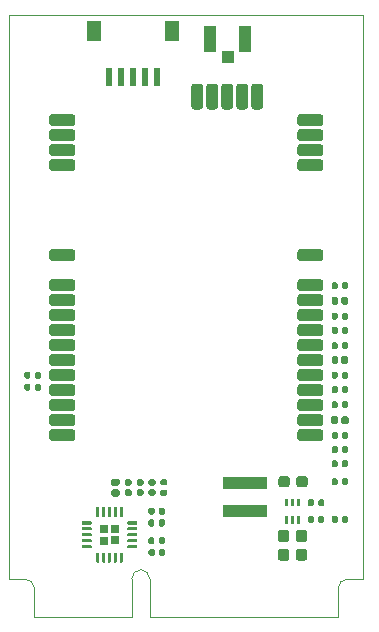
<source format=gbr>
G04 #@! TF.GenerationSoftware,KiCad,Pcbnew,(5.1.6)-1*
G04 #@! TF.CreationDate,2020-07-22T15:09:08+02:00*
G04 #@! TF.ProjectId,BRD-00008-X01,4252442d-3030-4303-9038-2d5830312e6b,X01*
G04 #@! TF.SameCoordinates,Original*
G04 #@! TF.FileFunction,Paste,Top*
G04 #@! TF.FilePolarity,Positive*
%FSLAX46Y46*%
G04 Gerber Fmt 4.6, Leading zero omitted, Abs format (unit mm)*
G04 Created by KiCad (PCBNEW (5.1.6)-1) date 2020-07-22 15:09:08*
%MOMM*%
%LPD*%
G01*
G04 APERTURE LIST*
G04 #@! TA.AperFunction,Profile*
%ADD10C,0.010000*%
G04 #@! TD*
%ADD11R,3.700000X0.980000*%
%ADD12R,0.646420X0.646420*%
%ADD13R,0.680000X0.680000*%
%ADD14R,1.000000X1.050000*%
%ADD15R,1.050000X2.200000*%
%ADD16R,0.600000X1.550000*%
%ADD17R,1.200000X1.800000*%
G04 APERTURE END LIST*
D10*
X135650000Y-130450000D02*
X135650000Y-128050000D01*
X135650000Y-130450000D02*
X143900000Y-130450000D01*
X143900000Y-130450000D02*
X143900000Y-127200000D01*
X145400000Y-130450000D02*
X145400000Y-127200000D01*
X163500000Y-127250000D02*
X163500000Y-79500000D01*
X162150000Y-127250000D02*
X163500000Y-127250000D01*
X145400000Y-130450000D02*
X161350000Y-130450000D01*
X161350000Y-130450000D02*
X161350000Y-128050000D01*
X162150000Y-127250000D02*
G75*
G03*
X161350000Y-128050000I0J-800000D01*
G01*
X144650000Y-126450000D02*
G75*
G03*
X143900000Y-127200000I0J-750000D01*
G01*
X145400000Y-127200000D02*
G75*
G03*
X144650000Y-126450000I-750000J0D01*
G01*
X135650000Y-128050000D02*
G75*
G03*
X134850000Y-127250000I-800000J0D01*
G01*
X133500000Y-127250000D02*
X134850000Y-127250000D01*
X133500000Y-79500000D02*
X133500000Y-127250000D01*
X133500000Y-79500000D02*
X163500000Y-79500000D01*
D11*
X153500000Y-119115000D03*
X153500000Y-121485000D03*
G36*
G01*
X159310000Y-122029999D02*
X159310000Y-122370001D01*
G75*
G02*
X159180001Y-122500000I-129999J0D01*
G01*
X158929999Y-122500000D01*
G75*
G02*
X158800000Y-122370001I0J129999D01*
G01*
X158800000Y-122029999D01*
G75*
G02*
X158929999Y-121900000I129999J0D01*
G01*
X159180001Y-121900000D01*
G75*
G02*
X159310000Y-122029999I0J-129999D01*
G01*
G37*
G36*
G01*
X160200000Y-122029999D02*
X160200000Y-122370001D01*
G75*
G02*
X160070001Y-122500000I-129999J0D01*
G01*
X159819999Y-122500000D01*
G75*
G02*
X159690000Y-122370001I0J129999D01*
G01*
X159690000Y-122029999D01*
G75*
G02*
X159819999Y-121900000I129999J0D01*
G01*
X160070001Y-121900000D01*
G75*
G02*
X160200000Y-122029999I0J-129999D01*
G01*
G37*
G36*
G01*
X160800000Y-103910000D02*
X160800000Y-103490000D01*
G75*
G02*
X160940000Y-103350000I140000J0D01*
G01*
X161220000Y-103350000D01*
G75*
G02*
X161360000Y-103490000I0J-140000D01*
G01*
X161360000Y-103910000D01*
G75*
G02*
X161220000Y-104050000I-140000J0D01*
G01*
X160940000Y-104050000D01*
G75*
G02*
X160800000Y-103910000I0J140000D01*
G01*
G37*
G36*
G01*
X161640000Y-103910000D02*
X161640000Y-103490000D01*
G75*
G02*
X161780000Y-103350000I140000J0D01*
G01*
X162060000Y-103350000D01*
G75*
G02*
X162200000Y-103490000I0J-140000D01*
G01*
X162200000Y-103910000D01*
G75*
G02*
X162060000Y-104050000I-140000J0D01*
G01*
X161780000Y-104050000D01*
G75*
G02*
X161640000Y-103910000I0J140000D01*
G01*
G37*
D12*
X142468210Y-123031790D03*
G36*
G01*
X141064989Y-125865000D02*
X140935011Y-125865000D01*
G75*
G02*
X140865000Y-125794989I0J70011D01*
G01*
X140865000Y-125075011D01*
G75*
G02*
X140935011Y-125005000I70011J0D01*
G01*
X141064989Y-125005000D01*
G75*
G02*
X141135000Y-125075011I0J-70011D01*
G01*
X141135000Y-125794989D01*
G75*
G02*
X141064989Y-125865000I-70011J0D01*
G01*
G37*
G36*
G01*
X141564989Y-125865000D02*
X141435011Y-125865000D01*
G75*
G02*
X141365000Y-125794989I0J70011D01*
G01*
X141365000Y-125075011D01*
G75*
G02*
X141435011Y-125005000I70011J0D01*
G01*
X141564989Y-125005000D01*
G75*
G02*
X141635000Y-125075011I0J-70011D01*
G01*
X141635000Y-125794989D01*
G75*
G02*
X141564989Y-125865000I-70011J0D01*
G01*
G37*
G36*
G01*
X142064989Y-125865000D02*
X141935011Y-125865000D01*
G75*
G02*
X141865000Y-125794989I0J70011D01*
G01*
X141865000Y-125075011D01*
G75*
G02*
X141935011Y-125005000I70011J0D01*
G01*
X142064989Y-125005000D01*
G75*
G02*
X142135000Y-125075011I0J-70011D01*
G01*
X142135000Y-125794989D01*
G75*
G02*
X142064989Y-125865000I-70011J0D01*
G01*
G37*
G36*
G01*
X142564989Y-125865000D02*
X142435011Y-125865000D01*
G75*
G02*
X142365000Y-125794989I0J70011D01*
G01*
X142365000Y-125075011D01*
G75*
G02*
X142435011Y-125005000I70011J0D01*
G01*
X142564989Y-125005000D01*
G75*
G02*
X142635000Y-125075011I0J-70011D01*
G01*
X142635000Y-125794989D01*
G75*
G02*
X142564989Y-125865000I-70011J0D01*
G01*
G37*
G36*
G01*
X143064989Y-125865000D02*
X142935011Y-125865000D01*
G75*
G02*
X142865000Y-125794989I0J70011D01*
G01*
X142865000Y-125075011D01*
G75*
G02*
X142935011Y-125005000I70011J0D01*
G01*
X143064989Y-125005000D01*
G75*
G02*
X143135000Y-125075011I0J-70011D01*
G01*
X143135000Y-125794989D01*
G75*
G02*
X143064989Y-125865000I-70011J0D01*
G01*
G37*
G36*
G01*
X143505000Y-124564989D02*
X143505000Y-124435011D01*
G75*
G02*
X143575011Y-124365000I70011J0D01*
G01*
X144294989Y-124365000D01*
G75*
G02*
X144365000Y-124435011I0J-70011D01*
G01*
X144365000Y-124564989D01*
G75*
G02*
X144294989Y-124635000I-70011J0D01*
G01*
X143575011Y-124635000D01*
G75*
G02*
X143505000Y-124564989I0J70011D01*
G01*
G37*
G36*
G01*
X143505000Y-124064989D02*
X143505000Y-123935011D01*
G75*
G02*
X143575011Y-123865000I70011J0D01*
G01*
X144294989Y-123865000D01*
G75*
G02*
X144365000Y-123935011I0J-70011D01*
G01*
X144365000Y-124064989D01*
G75*
G02*
X144294989Y-124135000I-70011J0D01*
G01*
X143575011Y-124135000D01*
G75*
G02*
X143505000Y-124064989I0J70011D01*
G01*
G37*
G36*
G01*
X143505000Y-123564989D02*
X143505000Y-123435011D01*
G75*
G02*
X143575011Y-123365000I70011J0D01*
G01*
X144294989Y-123365000D01*
G75*
G02*
X144365000Y-123435011I0J-70011D01*
G01*
X144365000Y-123564989D01*
G75*
G02*
X144294989Y-123635000I-70011J0D01*
G01*
X143575011Y-123635000D01*
G75*
G02*
X143505000Y-123564989I0J70011D01*
G01*
G37*
G36*
G01*
X143505000Y-123064989D02*
X143505000Y-122935011D01*
G75*
G02*
X143575011Y-122865000I70011J0D01*
G01*
X144294989Y-122865000D01*
G75*
G02*
X144365000Y-122935011I0J-70011D01*
G01*
X144365000Y-123064989D01*
G75*
G02*
X144294989Y-123135000I-70011J0D01*
G01*
X143575011Y-123135000D01*
G75*
G02*
X143505000Y-123064989I0J70011D01*
G01*
G37*
G36*
G01*
X143505000Y-122564989D02*
X143505000Y-122435011D01*
G75*
G02*
X143575011Y-122365000I70011J0D01*
G01*
X144294989Y-122365000D01*
G75*
G02*
X144365000Y-122435011I0J-70011D01*
G01*
X144365000Y-122564989D01*
G75*
G02*
X144294989Y-122635000I-70011J0D01*
G01*
X143575011Y-122635000D01*
G75*
G02*
X143505000Y-122564989I0J70011D01*
G01*
G37*
G36*
G01*
X143064989Y-121995000D02*
X142935011Y-121995000D01*
G75*
G02*
X142865000Y-121924989I0J70011D01*
G01*
X142865000Y-121205011D01*
G75*
G02*
X142935011Y-121135000I70011J0D01*
G01*
X143064989Y-121135000D01*
G75*
G02*
X143135000Y-121205011I0J-70011D01*
G01*
X143135000Y-121924989D01*
G75*
G02*
X143064989Y-121995000I-70011J0D01*
G01*
G37*
G36*
G01*
X142564989Y-121995000D02*
X142435011Y-121995000D01*
G75*
G02*
X142365000Y-121924989I0J70011D01*
G01*
X142365000Y-121205011D01*
G75*
G02*
X142435011Y-121135000I70011J0D01*
G01*
X142564989Y-121135000D01*
G75*
G02*
X142635000Y-121205011I0J-70011D01*
G01*
X142635000Y-121924989D01*
G75*
G02*
X142564989Y-121995000I-70011J0D01*
G01*
G37*
G36*
G01*
X142064989Y-121995000D02*
X141935011Y-121995000D01*
G75*
G02*
X141865000Y-121924989I0J70011D01*
G01*
X141865000Y-121205011D01*
G75*
G02*
X141935011Y-121135000I70011J0D01*
G01*
X142064989Y-121135000D01*
G75*
G02*
X142135000Y-121205011I0J-70011D01*
G01*
X142135000Y-121924989D01*
G75*
G02*
X142064989Y-121995000I-70011J0D01*
G01*
G37*
G36*
G01*
X141564989Y-121995000D02*
X141435011Y-121995000D01*
G75*
G02*
X141365000Y-121924989I0J70011D01*
G01*
X141365000Y-121205011D01*
G75*
G02*
X141435011Y-121135000I70011J0D01*
G01*
X141564989Y-121135000D01*
G75*
G02*
X141635000Y-121205011I0J-70011D01*
G01*
X141635000Y-121924989D01*
G75*
G02*
X141564989Y-121995000I-70011J0D01*
G01*
G37*
G36*
G01*
X141064989Y-121995000D02*
X140935011Y-121995000D01*
G75*
G02*
X140865000Y-121924989I0J70011D01*
G01*
X140865000Y-121205011D01*
G75*
G02*
X140935011Y-121135000I70011J0D01*
G01*
X141064989Y-121135000D01*
G75*
G02*
X141135000Y-121205011I0J-70011D01*
G01*
X141135000Y-121924989D01*
G75*
G02*
X141064989Y-121995000I-70011J0D01*
G01*
G37*
G36*
G01*
X139635000Y-122564989D02*
X139635000Y-122435011D01*
G75*
G02*
X139705011Y-122365000I70011J0D01*
G01*
X140424989Y-122365000D01*
G75*
G02*
X140495000Y-122435011I0J-70011D01*
G01*
X140495000Y-122564989D01*
G75*
G02*
X140424989Y-122635000I-70011J0D01*
G01*
X139705011Y-122635000D01*
G75*
G02*
X139635000Y-122564989I0J70011D01*
G01*
G37*
G36*
G01*
X139635000Y-123064989D02*
X139635000Y-122935011D01*
G75*
G02*
X139705011Y-122865000I70011J0D01*
G01*
X140424989Y-122865000D01*
G75*
G02*
X140495000Y-122935011I0J-70011D01*
G01*
X140495000Y-123064989D01*
G75*
G02*
X140424989Y-123135000I-70011J0D01*
G01*
X139705011Y-123135000D01*
G75*
G02*
X139635000Y-123064989I0J70011D01*
G01*
G37*
G36*
G01*
X139635000Y-123564989D02*
X139635000Y-123435011D01*
G75*
G02*
X139705011Y-123365000I70011J0D01*
G01*
X140424989Y-123365000D01*
G75*
G02*
X140495000Y-123435011I0J-70011D01*
G01*
X140495000Y-123564989D01*
G75*
G02*
X140424989Y-123635000I-70011J0D01*
G01*
X139705011Y-123635000D01*
G75*
G02*
X139635000Y-123564989I0J70011D01*
G01*
G37*
G36*
G01*
X139635000Y-124064989D02*
X139635000Y-123935011D01*
G75*
G02*
X139705011Y-123865000I70011J0D01*
G01*
X140424989Y-123865000D01*
G75*
G02*
X140495000Y-123935011I0J-70011D01*
G01*
X140495000Y-124064989D01*
G75*
G02*
X140424989Y-124135000I-70011J0D01*
G01*
X139705011Y-124135000D01*
G75*
G02*
X139635000Y-124064989I0J70011D01*
G01*
G37*
G36*
G01*
X139635000Y-124564989D02*
X139635000Y-124435011D01*
G75*
G02*
X139705011Y-124365000I70011J0D01*
G01*
X140424989Y-124365000D01*
G75*
G02*
X140495000Y-124435011I0J-70011D01*
G01*
X140495000Y-124564989D01*
G75*
G02*
X140424989Y-124635000I-70011J0D01*
G01*
X139705011Y-124635000D01*
G75*
G02*
X139635000Y-124564989I0J70011D01*
G01*
G37*
X142468210Y-123968210D03*
D13*
X141515000Y-123985000D03*
D12*
X141531790Y-123031790D03*
D14*
X152000000Y-83025000D03*
D15*
X150525000Y-81500000D03*
X153475000Y-81500000D03*
G36*
G01*
X160800000Y-105170001D02*
X160800000Y-104829999D01*
G75*
G02*
X160929999Y-104700000I129999J0D01*
G01*
X161180001Y-104700000D01*
G75*
G02*
X161310000Y-104829999I0J-129999D01*
G01*
X161310000Y-105170001D01*
G75*
G02*
X161180001Y-105300000I-129999J0D01*
G01*
X160929999Y-105300000D01*
G75*
G02*
X160800000Y-105170001I0J129999D01*
G01*
G37*
G36*
G01*
X161690000Y-105170001D02*
X161690000Y-104829999D01*
G75*
G02*
X161819999Y-104700000I129999J0D01*
G01*
X162070001Y-104700000D01*
G75*
G02*
X162200000Y-104829999I0J-129999D01*
G01*
X162200000Y-105170001D01*
G75*
G02*
X162070001Y-105300000I-129999J0D01*
G01*
X161819999Y-105300000D01*
G75*
G02*
X161690000Y-105170001I0J129999D01*
G01*
G37*
G36*
G01*
X159846000Y-115568000D02*
X158154000Y-115568000D01*
G75*
G02*
X157900000Y-115314000I0J254000D01*
G01*
X157900000Y-114806000D01*
G75*
G02*
X158154000Y-114552000I254000J0D01*
G01*
X159846000Y-114552000D01*
G75*
G02*
X160100000Y-114806000I0J-254000D01*
G01*
X160100000Y-115314000D01*
G75*
G02*
X159846000Y-115568000I-254000J0D01*
G01*
G37*
G36*
G01*
X159846000Y-114298000D02*
X158154000Y-114298000D01*
G75*
G02*
X157900000Y-114044000I0J254000D01*
G01*
X157900000Y-113536000D01*
G75*
G02*
X158154000Y-113282000I254000J0D01*
G01*
X159846000Y-113282000D01*
G75*
G02*
X160100000Y-113536000I0J-254000D01*
G01*
X160100000Y-114044000D01*
G75*
G02*
X159846000Y-114298000I-254000J0D01*
G01*
G37*
G36*
G01*
X159846000Y-113028000D02*
X158154000Y-113028000D01*
G75*
G02*
X157900000Y-112774000I0J254000D01*
G01*
X157900000Y-112266000D01*
G75*
G02*
X158154000Y-112012000I254000J0D01*
G01*
X159846000Y-112012000D01*
G75*
G02*
X160100000Y-112266000I0J-254000D01*
G01*
X160100000Y-112774000D01*
G75*
G02*
X159846000Y-113028000I-254000J0D01*
G01*
G37*
G36*
G01*
X159846000Y-111758000D02*
X158154000Y-111758000D01*
G75*
G02*
X157900000Y-111504000I0J254000D01*
G01*
X157900000Y-110996000D01*
G75*
G02*
X158154000Y-110742000I254000J0D01*
G01*
X159846000Y-110742000D01*
G75*
G02*
X160100000Y-110996000I0J-254000D01*
G01*
X160100000Y-111504000D01*
G75*
G02*
X159846000Y-111758000I-254000J0D01*
G01*
G37*
G36*
G01*
X159846000Y-110488000D02*
X158154000Y-110488000D01*
G75*
G02*
X157900000Y-110234000I0J254000D01*
G01*
X157900000Y-109726000D01*
G75*
G02*
X158154000Y-109472000I254000J0D01*
G01*
X159846000Y-109472000D01*
G75*
G02*
X160100000Y-109726000I0J-254000D01*
G01*
X160100000Y-110234000D01*
G75*
G02*
X159846000Y-110488000I-254000J0D01*
G01*
G37*
G36*
G01*
X159846000Y-109218000D02*
X158154000Y-109218000D01*
G75*
G02*
X157900000Y-108964000I0J254000D01*
G01*
X157900000Y-108456000D01*
G75*
G02*
X158154000Y-108202000I254000J0D01*
G01*
X159846000Y-108202000D01*
G75*
G02*
X160100000Y-108456000I0J-254000D01*
G01*
X160100000Y-108964000D01*
G75*
G02*
X159846000Y-109218000I-254000J0D01*
G01*
G37*
G36*
G01*
X159846000Y-107948000D02*
X158154000Y-107948000D01*
G75*
G02*
X157900000Y-107694000I0J254000D01*
G01*
X157900000Y-107186000D01*
G75*
G02*
X158154000Y-106932000I254000J0D01*
G01*
X159846000Y-106932000D01*
G75*
G02*
X160100000Y-107186000I0J-254000D01*
G01*
X160100000Y-107694000D01*
G75*
G02*
X159846000Y-107948000I-254000J0D01*
G01*
G37*
G36*
G01*
X159846000Y-106678000D02*
X158154000Y-106678000D01*
G75*
G02*
X157900000Y-106424000I0J254000D01*
G01*
X157900000Y-105916000D01*
G75*
G02*
X158154000Y-105662000I254000J0D01*
G01*
X159846000Y-105662000D01*
G75*
G02*
X160100000Y-105916000I0J-254000D01*
G01*
X160100000Y-106424000D01*
G75*
G02*
X159846000Y-106678000I-254000J0D01*
G01*
G37*
G36*
G01*
X159846000Y-105408000D02*
X158154000Y-105408000D01*
G75*
G02*
X157900000Y-105154000I0J254000D01*
G01*
X157900000Y-104646000D01*
G75*
G02*
X158154000Y-104392000I254000J0D01*
G01*
X159846000Y-104392000D01*
G75*
G02*
X160100000Y-104646000I0J-254000D01*
G01*
X160100000Y-105154000D01*
G75*
G02*
X159846000Y-105408000I-254000J0D01*
G01*
G37*
G36*
G01*
X159846000Y-104138000D02*
X158154000Y-104138000D01*
G75*
G02*
X157900000Y-103884000I0J254000D01*
G01*
X157900000Y-103376000D01*
G75*
G02*
X158154000Y-103122000I254000J0D01*
G01*
X159846000Y-103122000D01*
G75*
G02*
X160100000Y-103376000I0J-254000D01*
G01*
X160100000Y-103884000D01*
G75*
G02*
X159846000Y-104138000I-254000J0D01*
G01*
G37*
G36*
G01*
X159846000Y-102868000D02*
X158154000Y-102868000D01*
G75*
G02*
X157900000Y-102614000I0J254000D01*
G01*
X157900000Y-102106000D01*
G75*
G02*
X158154000Y-101852000I254000J0D01*
G01*
X159846000Y-101852000D01*
G75*
G02*
X160100000Y-102106000I0J-254000D01*
G01*
X160100000Y-102614000D01*
G75*
G02*
X159846000Y-102868000I-254000J0D01*
G01*
G37*
G36*
G01*
X159846000Y-100328000D02*
X158154000Y-100328000D01*
G75*
G02*
X157900000Y-100074000I0J254000D01*
G01*
X157900000Y-99566000D01*
G75*
G02*
X158154000Y-99312000I254000J0D01*
G01*
X159846000Y-99312000D01*
G75*
G02*
X160100000Y-99566000I0J-254000D01*
G01*
X160100000Y-100074000D01*
G75*
G02*
X159846000Y-100328000I-254000J0D01*
G01*
G37*
G36*
G01*
X159846000Y-92708000D02*
X158154000Y-92708000D01*
G75*
G02*
X157900000Y-92454000I0J254000D01*
G01*
X157900000Y-91946000D01*
G75*
G02*
X158154000Y-91692000I254000J0D01*
G01*
X159846000Y-91692000D01*
G75*
G02*
X160100000Y-91946000I0J-254000D01*
G01*
X160100000Y-92454000D01*
G75*
G02*
X159846000Y-92708000I-254000J0D01*
G01*
G37*
G36*
G01*
X159846000Y-91438000D02*
X158154000Y-91438000D01*
G75*
G02*
X157900000Y-91184000I0J254000D01*
G01*
X157900000Y-90676000D01*
G75*
G02*
X158154000Y-90422000I254000J0D01*
G01*
X159846000Y-90422000D01*
G75*
G02*
X160100000Y-90676000I0J-254000D01*
G01*
X160100000Y-91184000D01*
G75*
G02*
X159846000Y-91438000I-254000J0D01*
G01*
G37*
G36*
G01*
X159846000Y-90168000D02*
X158154000Y-90168000D01*
G75*
G02*
X157900000Y-89914000I0J254000D01*
G01*
X157900000Y-89406000D01*
G75*
G02*
X158154000Y-89152000I254000J0D01*
G01*
X159846000Y-89152000D01*
G75*
G02*
X160100000Y-89406000I0J-254000D01*
G01*
X160100000Y-89914000D01*
G75*
G02*
X159846000Y-90168000I-254000J0D01*
G01*
G37*
G36*
G01*
X159846000Y-88898000D02*
X158154000Y-88898000D01*
G75*
G02*
X157900000Y-88644000I0J254000D01*
G01*
X157900000Y-88136000D01*
G75*
G02*
X158154000Y-87882000I254000J0D01*
G01*
X159846000Y-87882000D01*
G75*
G02*
X160100000Y-88136000I0J-254000D01*
G01*
X160100000Y-88644000D01*
G75*
G02*
X159846000Y-88898000I-254000J0D01*
G01*
G37*
G36*
G01*
X155018000Y-85554000D02*
X155018000Y-87246000D01*
G75*
G02*
X154764000Y-87500000I-254000J0D01*
G01*
X154256000Y-87500000D01*
G75*
G02*
X154002000Y-87246000I0J254000D01*
G01*
X154002000Y-85554000D01*
G75*
G02*
X154256000Y-85300000I254000J0D01*
G01*
X154764000Y-85300000D01*
G75*
G02*
X155018000Y-85554000I0J-254000D01*
G01*
G37*
G36*
G01*
X153748000Y-85554000D02*
X153748000Y-87246000D01*
G75*
G02*
X153494000Y-87500000I-254000J0D01*
G01*
X152986000Y-87500000D01*
G75*
G02*
X152732000Y-87246000I0J254000D01*
G01*
X152732000Y-85554000D01*
G75*
G02*
X152986000Y-85300000I254000J0D01*
G01*
X153494000Y-85300000D01*
G75*
G02*
X153748000Y-85554000I0J-254000D01*
G01*
G37*
G36*
G01*
X152478000Y-85554000D02*
X152478000Y-87246000D01*
G75*
G02*
X152224000Y-87500000I-254000J0D01*
G01*
X151716000Y-87500000D01*
G75*
G02*
X151462000Y-87246000I0J254000D01*
G01*
X151462000Y-85554000D01*
G75*
G02*
X151716000Y-85300000I254000J0D01*
G01*
X152224000Y-85300000D01*
G75*
G02*
X152478000Y-85554000I0J-254000D01*
G01*
G37*
G36*
G01*
X151208000Y-85554000D02*
X151208000Y-87246000D01*
G75*
G02*
X150954000Y-87500000I-254000J0D01*
G01*
X150446000Y-87500000D01*
G75*
G02*
X150192000Y-87246000I0J254000D01*
G01*
X150192000Y-85554000D01*
G75*
G02*
X150446000Y-85300000I254000J0D01*
G01*
X150954000Y-85300000D01*
G75*
G02*
X151208000Y-85554000I0J-254000D01*
G01*
G37*
G36*
G01*
X149938000Y-85554000D02*
X149938000Y-87246000D01*
G75*
G02*
X149684000Y-87500000I-254000J0D01*
G01*
X149176000Y-87500000D01*
G75*
G02*
X148922000Y-87246000I0J254000D01*
G01*
X148922000Y-85554000D01*
G75*
G02*
X149176000Y-85300000I254000J0D01*
G01*
X149684000Y-85300000D01*
G75*
G02*
X149938000Y-85554000I0J-254000D01*
G01*
G37*
G36*
G01*
X138846000Y-88898000D02*
X137154000Y-88898000D01*
G75*
G02*
X136900000Y-88644000I0J254000D01*
G01*
X136900000Y-88136000D01*
G75*
G02*
X137154000Y-87882000I254000J0D01*
G01*
X138846000Y-87882000D01*
G75*
G02*
X139100000Y-88136000I0J-254000D01*
G01*
X139100000Y-88644000D01*
G75*
G02*
X138846000Y-88898000I-254000J0D01*
G01*
G37*
G36*
G01*
X138846000Y-90168000D02*
X137154000Y-90168000D01*
G75*
G02*
X136900000Y-89914000I0J254000D01*
G01*
X136900000Y-89406000D01*
G75*
G02*
X137154000Y-89152000I254000J0D01*
G01*
X138846000Y-89152000D01*
G75*
G02*
X139100000Y-89406000I0J-254000D01*
G01*
X139100000Y-89914000D01*
G75*
G02*
X138846000Y-90168000I-254000J0D01*
G01*
G37*
G36*
G01*
X138846000Y-91438000D02*
X137154000Y-91438000D01*
G75*
G02*
X136900000Y-91184000I0J254000D01*
G01*
X136900000Y-90676000D01*
G75*
G02*
X137154000Y-90422000I254000J0D01*
G01*
X138846000Y-90422000D01*
G75*
G02*
X139100000Y-90676000I0J-254000D01*
G01*
X139100000Y-91184000D01*
G75*
G02*
X138846000Y-91438000I-254000J0D01*
G01*
G37*
G36*
G01*
X138846000Y-92708000D02*
X137154000Y-92708000D01*
G75*
G02*
X136900000Y-92454000I0J254000D01*
G01*
X136900000Y-91946000D01*
G75*
G02*
X137154000Y-91692000I254000J0D01*
G01*
X138846000Y-91692000D01*
G75*
G02*
X139100000Y-91946000I0J-254000D01*
G01*
X139100000Y-92454000D01*
G75*
G02*
X138846000Y-92708000I-254000J0D01*
G01*
G37*
G36*
G01*
X138846000Y-100328000D02*
X137154000Y-100328000D01*
G75*
G02*
X136900000Y-100074000I0J254000D01*
G01*
X136900000Y-99566000D01*
G75*
G02*
X137154000Y-99312000I254000J0D01*
G01*
X138846000Y-99312000D01*
G75*
G02*
X139100000Y-99566000I0J-254000D01*
G01*
X139100000Y-100074000D01*
G75*
G02*
X138846000Y-100328000I-254000J0D01*
G01*
G37*
G36*
G01*
X138846000Y-102868000D02*
X137154000Y-102868000D01*
G75*
G02*
X136900000Y-102614000I0J254000D01*
G01*
X136900000Y-102106000D01*
G75*
G02*
X137154000Y-101852000I254000J0D01*
G01*
X138846000Y-101852000D01*
G75*
G02*
X139100000Y-102106000I0J-254000D01*
G01*
X139100000Y-102614000D01*
G75*
G02*
X138846000Y-102868000I-254000J0D01*
G01*
G37*
G36*
G01*
X138846000Y-104138000D02*
X137154000Y-104138000D01*
G75*
G02*
X136900000Y-103884000I0J254000D01*
G01*
X136900000Y-103376000D01*
G75*
G02*
X137154000Y-103122000I254000J0D01*
G01*
X138846000Y-103122000D01*
G75*
G02*
X139100000Y-103376000I0J-254000D01*
G01*
X139100000Y-103884000D01*
G75*
G02*
X138846000Y-104138000I-254000J0D01*
G01*
G37*
G36*
G01*
X138846000Y-105408000D02*
X137154000Y-105408000D01*
G75*
G02*
X136900000Y-105154000I0J254000D01*
G01*
X136900000Y-104646000D01*
G75*
G02*
X137154000Y-104392000I254000J0D01*
G01*
X138846000Y-104392000D01*
G75*
G02*
X139100000Y-104646000I0J-254000D01*
G01*
X139100000Y-105154000D01*
G75*
G02*
X138846000Y-105408000I-254000J0D01*
G01*
G37*
G36*
G01*
X138846000Y-106678000D02*
X137154000Y-106678000D01*
G75*
G02*
X136900000Y-106424000I0J254000D01*
G01*
X136900000Y-105916000D01*
G75*
G02*
X137154000Y-105662000I254000J0D01*
G01*
X138846000Y-105662000D01*
G75*
G02*
X139100000Y-105916000I0J-254000D01*
G01*
X139100000Y-106424000D01*
G75*
G02*
X138846000Y-106678000I-254000J0D01*
G01*
G37*
G36*
G01*
X138846000Y-107948000D02*
X137154000Y-107948000D01*
G75*
G02*
X136900000Y-107694000I0J254000D01*
G01*
X136900000Y-107186000D01*
G75*
G02*
X137154000Y-106932000I254000J0D01*
G01*
X138846000Y-106932000D01*
G75*
G02*
X139100000Y-107186000I0J-254000D01*
G01*
X139100000Y-107694000D01*
G75*
G02*
X138846000Y-107948000I-254000J0D01*
G01*
G37*
G36*
G01*
X138846000Y-109218000D02*
X137154000Y-109218000D01*
G75*
G02*
X136900000Y-108964000I0J254000D01*
G01*
X136900000Y-108456000D01*
G75*
G02*
X137154000Y-108202000I254000J0D01*
G01*
X138846000Y-108202000D01*
G75*
G02*
X139100000Y-108456000I0J-254000D01*
G01*
X139100000Y-108964000D01*
G75*
G02*
X138846000Y-109218000I-254000J0D01*
G01*
G37*
G36*
G01*
X138846000Y-110488000D02*
X137154000Y-110488000D01*
G75*
G02*
X136900000Y-110234000I0J254000D01*
G01*
X136900000Y-109726000D01*
G75*
G02*
X137154000Y-109472000I254000J0D01*
G01*
X138846000Y-109472000D01*
G75*
G02*
X139100000Y-109726000I0J-254000D01*
G01*
X139100000Y-110234000D01*
G75*
G02*
X138846000Y-110488000I-254000J0D01*
G01*
G37*
G36*
G01*
X138846000Y-111758000D02*
X137154000Y-111758000D01*
G75*
G02*
X136900000Y-111504000I0J254000D01*
G01*
X136900000Y-110996000D01*
G75*
G02*
X137154000Y-110742000I254000J0D01*
G01*
X138846000Y-110742000D01*
G75*
G02*
X139100000Y-110996000I0J-254000D01*
G01*
X139100000Y-111504000D01*
G75*
G02*
X138846000Y-111758000I-254000J0D01*
G01*
G37*
G36*
G01*
X138846000Y-113028000D02*
X137154000Y-113028000D01*
G75*
G02*
X136900000Y-112774000I0J254000D01*
G01*
X136900000Y-112266000D01*
G75*
G02*
X137154000Y-112012000I254000J0D01*
G01*
X138846000Y-112012000D01*
G75*
G02*
X139100000Y-112266000I0J-254000D01*
G01*
X139100000Y-112774000D01*
G75*
G02*
X138846000Y-113028000I-254000J0D01*
G01*
G37*
G36*
G01*
X138846000Y-114298000D02*
X137154000Y-114298000D01*
G75*
G02*
X136900000Y-114044000I0J254000D01*
G01*
X136900000Y-113536000D01*
G75*
G02*
X137154000Y-113282000I254000J0D01*
G01*
X138846000Y-113282000D01*
G75*
G02*
X139100000Y-113536000I0J-254000D01*
G01*
X139100000Y-114044000D01*
G75*
G02*
X138846000Y-114298000I-254000J0D01*
G01*
G37*
G36*
G01*
X138846000Y-115568000D02*
X137154000Y-115568000D01*
G75*
G02*
X136900000Y-115314000I0J254000D01*
G01*
X136900000Y-114806000D01*
G75*
G02*
X137154000Y-114552000I254000J0D01*
G01*
X138846000Y-114552000D01*
G75*
G02*
X139100000Y-114806000I0J-254000D01*
G01*
X139100000Y-115314000D01*
G75*
G02*
X138846000Y-115568000I-254000J0D01*
G01*
G37*
D16*
X146000000Y-84745000D03*
X145000000Y-84745000D03*
X144000000Y-84745000D03*
X143000000Y-84745000D03*
X142000000Y-84745000D03*
D17*
X147300000Y-80870000D03*
X140700000Y-80870000D03*
G36*
G01*
X146700000Y-124840022D02*
X146700000Y-125159978D01*
G75*
G02*
X146559978Y-125300000I-140022J0D01*
G01*
X146300022Y-125300000D01*
G75*
G02*
X146160000Y-125159978I0J140022D01*
G01*
X146160000Y-124840022D01*
G75*
G02*
X146300022Y-124700000I140022J0D01*
G01*
X146559978Y-124700000D01*
G75*
G02*
X146700000Y-124840022I0J-140022D01*
G01*
G37*
G36*
G01*
X145840000Y-124840022D02*
X145840000Y-125159978D01*
G75*
G02*
X145699978Y-125300000I-140022J0D01*
G01*
X145440022Y-125300000D01*
G75*
G02*
X145300000Y-125159978I0J140022D01*
G01*
X145300000Y-124840022D01*
G75*
G02*
X145440022Y-124700000I140022J0D01*
G01*
X145699978Y-124700000D01*
G75*
G02*
X145840000Y-124840022I0J-140022D01*
G01*
G37*
G36*
G01*
X146700000Y-121340022D02*
X146700000Y-121659978D01*
G75*
G02*
X146559978Y-121800000I-140022J0D01*
G01*
X146300022Y-121800000D01*
G75*
G02*
X146160000Y-121659978I0J140022D01*
G01*
X146160000Y-121340022D01*
G75*
G02*
X146300022Y-121200000I140022J0D01*
G01*
X146559978Y-121200000D01*
G75*
G02*
X146700000Y-121340022I0J-140022D01*
G01*
G37*
G36*
G01*
X145840000Y-121340022D02*
X145840000Y-121659978D01*
G75*
G02*
X145699978Y-121800000I-140022J0D01*
G01*
X145440022Y-121800000D01*
G75*
G02*
X145300000Y-121659978I0J140022D01*
G01*
X145300000Y-121340022D01*
G75*
G02*
X145440022Y-121200000I140022J0D01*
G01*
X145699978Y-121200000D01*
G75*
G02*
X145840000Y-121340022I0J-140022D01*
G01*
G37*
G36*
G01*
X145440022Y-118800000D02*
X145759978Y-118800000D01*
G75*
G02*
X145900000Y-118940022I0J-140022D01*
G01*
X145900000Y-119199978D01*
G75*
G02*
X145759978Y-119340000I-140022J0D01*
G01*
X145440022Y-119340000D01*
G75*
G02*
X145300000Y-119199978I0J140022D01*
G01*
X145300000Y-118940022D01*
G75*
G02*
X145440022Y-118800000I140022J0D01*
G01*
G37*
G36*
G01*
X145440022Y-119660000D02*
X145759978Y-119660000D01*
G75*
G02*
X145900000Y-119800022I0J-140022D01*
G01*
X145900000Y-120059978D01*
G75*
G02*
X145759978Y-120200000I-140022J0D01*
G01*
X145440022Y-120200000D01*
G75*
G02*
X145300000Y-120059978I0J140022D01*
G01*
X145300000Y-119800022D01*
G75*
G02*
X145440022Y-119660000I140022J0D01*
G01*
G37*
G36*
G01*
X143759978Y-120200000D02*
X143440022Y-120200000D01*
G75*
G02*
X143300000Y-120059978I0J140022D01*
G01*
X143300000Y-119800022D01*
G75*
G02*
X143440022Y-119660000I140022J0D01*
G01*
X143759978Y-119660000D01*
G75*
G02*
X143900000Y-119800022I0J-140022D01*
G01*
X143900000Y-120059978D01*
G75*
G02*
X143759978Y-120200000I-140022J0D01*
G01*
G37*
G36*
G01*
X143759978Y-119340000D02*
X143440022Y-119340000D01*
G75*
G02*
X143300000Y-119199978I0J140022D01*
G01*
X143300000Y-118940022D01*
G75*
G02*
X143440022Y-118800000I140022J0D01*
G01*
X143759978Y-118800000D01*
G75*
G02*
X143900000Y-118940022I0J-140022D01*
G01*
X143900000Y-119199978D01*
G75*
G02*
X143759978Y-119340000I-140022J0D01*
G01*
G37*
G36*
G01*
X162200000Y-117340022D02*
X162200000Y-117659978D01*
G75*
G02*
X162059978Y-117800000I-140022J0D01*
G01*
X161800022Y-117800000D01*
G75*
G02*
X161660000Y-117659978I0J140022D01*
G01*
X161660000Y-117340022D01*
G75*
G02*
X161800022Y-117200000I140022J0D01*
G01*
X162059978Y-117200000D01*
G75*
G02*
X162200000Y-117340022I0J-140022D01*
G01*
G37*
G36*
G01*
X161340000Y-117340022D02*
X161340000Y-117659978D01*
G75*
G02*
X161199978Y-117800000I-140022J0D01*
G01*
X160940022Y-117800000D01*
G75*
G02*
X160800000Y-117659978I0J140022D01*
G01*
X160800000Y-117340022D01*
G75*
G02*
X160940022Y-117200000I140022J0D01*
G01*
X161199978Y-117200000D01*
G75*
G02*
X161340000Y-117340022I0J-140022D01*
G01*
G37*
G36*
G01*
X160800000Y-115259978D02*
X160800000Y-114940022D01*
G75*
G02*
X160940022Y-114800000I140022J0D01*
G01*
X161199978Y-114800000D01*
G75*
G02*
X161340000Y-114940022I0J-140022D01*
G01*
X161340000Y-115259978D01*
G75*
G02*
X161199978Y-115400000I-140022J0D01*
G01*
X160940022Y-115400000D01*
G75*
G02*
X160800000Y-115259978I0J140022D01*
G01*
G37*
G36*
G01*
X161660000Y-115259978D02*
X161660000Y-114940022D01*
G75*
G02*
X161800022Y-114800000I140022J0D01*
G01*
X162059978Y-114800000D01*
G75*
G02*
X162200000Y-114940022I0J-140022D01*
G01*
X162200000Y-115259978D01*
G75*
G02*
X162059978Y-115400000I-140022J0D01*
G01*
X161800022Y-115400000D01*
G75*
G02*
X161660000Y-115259978I0J140022D01*
G01*
G37*
G36*
G01*
X144440022Y-118800000D02*
X144759978Y-118800000D01*
G75*
G02*
X144900000Y-118940022I0J-140022D01*
G01*
X144900000Y-119199978D01*
G75*
G02*
X144759978Y-119340000I-140022J0D01*
G01*
X144440022Y-119340000D01*
G75*
G02*
X144300000Y-119199978I0J140022D01*
G01*
X144300000Y-118940022D01*
G75*
G02*
X144440022Y-118800000I140022J0D01*
G01*
G37*
G36*
G01*
X144440022Y-119660000D02*
X144759978Y-119660000D01*
G75*
G02*
X144900000Y-119800022I0J-140022D01*
G01*
X144900000Y-120059978D01*
G75*
G02*
X144759978Y-120200000I-140022J0D01*
G01*
X144440022Y-120200000D01*
G75*
G02*
X144300000Y-120059978I0J140022D01*
G01*
X144300000Y-119800022D01*
G75*
G02*
X144440022Y-119660000I140022J0D01*
G01*
G37*
G36*
G01*
X162200000Y-116140022D02*
X162200000Y-116459978D01*
G75*
G02*
X162059978Y-116600000I-140022J0D01*
G01*
X161800022Y-116600000D01*
G75*
G02*
X161660000Y-116459978I0J140022D01*
G01*
X161660000Y-116140022D01*
G75*
G02*
X161800022Y-116000000I140022J0D01*
G01*
X162059978Y-116000000D01*
G75*
G02*
X162200000Y-116140022I0J-140022D01*
G01*
G37*
G36*
G01*
X161340000Y-116140022D02*
X161340000Y-116459978D01*
G75*
G02*
X161199978Y-116600000I-140022J0D01*
G01*
X160940022Y-116600000D01*
G75*
G02*
X160800000Y-116459978I0J140022D01*
G01*
X160800000Y-116140022D01*
G75*
G02*
X160940022Y-116000000I140022J0D01*
G01*
X161199978Y-116000000D01*
G75*
G02*
X161340000Y-116140022I0J-140022D01*
G01*
G37*
G36*
G01*
X160800000Y-108910000D02*
X160800000Y-108490000D01*
G75*
G02*
X160940000Y-108350000I140000J0D01*
G01*
X161220000Y-108350000D01*
G75*
G02*
X161360000Y-108490000I0J-140000D01*
G01*
X161360000Y-108910000D01*
G75*
G02*
X161220000Y-109050000I-140000J0D01*
G01*
X160940000Y-109050000D01*
G75*
G02*
X160800000Y-108910000I0J140000D01*
G01*
G37*
G36*
G01*
X161640000Y-108910000D02*
X161640000Y-108490000D01*
G75*
G02*
X161780000Y-108350000I140000J0D01*
G01*
X162060000Y-108350000D01*
G75*
G02*
X162200000Y-108490000I0J-140000D01*
G01*
X162200000Y-108910000D01*
G75*
G02*
X162060000Y-109050000I-140000J0D01*
G01*
X161780000Y-109050000D01*
G75*
G02*
X161640000Y-108910000I0J140000D01*
G01*
G37*
G36*
G01*
X146429999Y-118800000D02*
X146770001Y-118800000D01*
G75*
G02*
X146900000Y-118929999I0J-129999D01*
G01*
X146900000Y-119180001D01*
G75*
G02*
X146770001Y-119310000I-129999J0D01*
G01*
X146429999Y-119310000D01*
G75*
G02*
X146300000Y-119180001I0J129999D01*
G01*
X146300000Y-118929999D01*
G75*
G02*
X146429999Y-118800000I129999J0D01*
G01*
G37*
G36*
G01*
X146429999Y-119690000D02*
X146770001Y-119690000D01*
G75*
G02*
X146900000Y-119819999I0J-129999D01*
G01*
X146900000Y-120070001D01*
G75*
G02*
X146770001Y-120200000I-129999J0D01*
G01*
X146429999Y-120200000D01*
G75*
G02*
X146300000Y-120070001I0J129999D01*
G01*
X146300000Y-119819999D01*
G75*
G02*
X146429999Y-119690000I129999J0D01*
G01*
G37*
G36*
G01*
X145300000Y-124170001D02*
X145300000Y-123829999D01*
G75*
G02*
X145429999Y-123700000I129999J0D01*
G01*
X145680001Y-123700000D01*
G75*
G02*
X145810000Y-123829999I0J-129999D01*
G01*
X145810000Y-124170001D01*
G75*
G02*
X145680001Y-124300000I-129999J0D01*
G01*
X145429999Y-124300000D01*
G75*
G02*
X145300000Y-124170001I0J129999D01*
G01*
G37*
G36*
G01*
X146190000Y-124170001D02*
X146190000Y-123829999D01*
G75*
G02*
X146319999Y-123700000I129999J0D01*
G01*
X146570001Y-123700000D01*
G75*
G02*
X146700000Y-123829999I0J-129999D01*
G01*
X146700000Y-124170001D01*
G75*
G02*
X146570001Y-124300000I-129999J0D01*
G01*
X146319999Y-124300000D01*
G75*
G02*
X146190000Y-124170001I0J129999D01*
G01*
G37*
G36*
G01*
X145300000Y-122670001D02*
X145300000Y-122329999D01*
G75*
G02*
X145429999Y-122200000I129999J0D01*
G01*
X145680001Y-122200000D01*
G75*
G02*
X145810000Y-122329999I0J-129999D01*
G01*
X145810000Y-122670001D01*
G75*
G02*
X145680001Y-122800000I-129999J0D01*
G01*
X145429999Y-122800000D01*
G75*
G02*
X145300000Y-122670001I0J129999D01*
G01*
G37*
G36*
G01*
X146190000Y-122670001D02*
X146190000Y-122329999D01*
G75*
G02*
X146319999Y-122200000I129999J0D01*
G01*
X146570001Y-122200000D01*
G75*
G02*
X146700000Y-122329999I0J-129999D01*
G01*
X146700000Y-122670001D01*
G75*
G02*
X146570001Y-122800000I-129999J0D01*
G01*
X146319999Y-122800000D01*
G75*
G02*
X146190000Y-122670001I0J129999D01*
G01*
G37*
G36*
G01*
X160800000Y-106370001D02*
X160800000Y-106029999D01*
G75*
G02*
X160929999Y-105900000I129999J0D01*
G01*
X161180001Y-105900000D01*
G75*
G02*
X161310000Y-106029999I0J-129999D01*
G01*
X161310000Y-106370001D01*
G75*
G02*
X161180001Y-106500000I-129999J0D01*
G01*
X160929999Y-106500000D01*
G75*
G02*
X160800000Y-106370001I0J129999D01*
G01*
G37*
G36*
G01*
X161690000Y-106370001D02*
X161690000Y-106029999D01*
G75*
G02*
X161819999Y-105900000I129999J0D01*
G01*
X162070001Y-105900000D01*
G75*
G02*
X162200000Y-106029999I0J-129999D01*
G01*
X162200000Y-106370001D01*
G75*
G02*
X162070001Y-106500000I-129999J0D01*
G01*
X161819999Y-106500000D01*
G75*
G02*
X161690000Y-106370001I0J129999D01*
G01*
G37*
G36*
G01*
X136200000Y-109829999D02*
X136200000Y-110170001D01*
G75*
G02*
X136070001Y-110300000I-129999J0D01*
G01*
X135819999Y-110300000D01*
G75*
G02*
X135690000Y-110170001I0J129999D01*
G01*
X135690000Y-109829999D01*
G75*
G02*
X135819999Y-109700000I129999J0D01*
G01*
X136070001Y-109700000D01*
G75*
G02*
X136200000Y-109829999I0J-129999D01*
G01*
G37*
G36*
G01*
X135310000Y-109829999D02*
X135310000Y-110170001D01*
G75*
G02*
X135180001Y-110300000I-129999J0D01*
G01*
X134929999Y-110300000D01*
G75*
G02*
X134800000Y-110170001I0J129999D01*
G01*
X134800000Y-109829999D01*
G75*
G02*
X134929999Y-109700000I129999J0D01*
G01*
X135180001Y-109700000D01*
G75*
G02*
X135310000Y-109829999I0J-129999D01*
G01*
G37*
G36*
G01*
X136200000Y-110829999D02*
X136200000Y-111170001D01*
G75*
G02*
X136070001Y-111300000I-129999J0D01*
G01*
X135819999Y-111300000D01*
G75*
G02*
X135690000Y-111170001I0J129999D01*
G01*
X135690000Y-110829999D01*
G75*
G02*
X135819999Y-110700000I129999J0D01*
G01*
X136070001Y-110700000D01*
G75*
G02*
X136200000Y-110829999I0J-129999D01*
G01*
G37*
G36*
G01*
X135310000Y-110829999D02*
X135310000Y-111170001D01*
G75*
G02*
X135180001Y-111300000I-129999J0D01*
G01*
X134929999Y-111300000D01*
G75*
G02*
X134800000Y-111170001I0J129999D01*
G01*
X134800000Y-110829999D01*
G75*
G02*
X134929999Y-110700000I129999J0D01*
G01*
X135180001Y-110700000D01*
G75*
G02*
X135310000Y-110829999I0J-129999D01*
G01*
G37*
G36*
G01*
X160800000Y-110170001D02*
X160800000Y-109829999D01*
G75*
G02*
X160929999Y-109700000I129999J0D01*
G01*
X161180001Y-109700000D01*
G75*
G02*
X161310000Y-109829999I0J-129999D01*
G01*
X161310000Y-110170001D01*
G75*
G02*
X161180001Y-110300000I-129999J0D01*
G01*
X160929999Y-110300000D01*
G75*
G02*
X160800000Y-110170001I0J129999D01*
G01*
G37*
G36*
G01*
X161690000Y-110170001D02*
X161690000Y-109829999D01*
G75*
G02*
X161819999Y-109700000I129999J0D01*
G01*
X162070001Y-109700000D01*
G75*
G02*
X162200000Y-109829999I0J-129999D01*
G01*
X162200000Y-110170001D01*
G75*
G02*
X162070001Y-110300000I-129999J0D01*
G01*
X161819999Y-110300000D01*
G75*
G02*
X161690000Y-110170001I0J129999D01*
G01*
G37*
G36*
G01*
X160800000Y-112670001D02*
X160800000Y-112329999D01*
G75*
G02*
X160929999Y-112200000I129999J0D01*
G01*
X161180001Y-112200000D01*
G75*
G02*
X161310000Y-112329999I0J-129999D01*
G01*
X161310000Y-112670001D01*
G75*
G02*
X161180001Y-112800000I-129999J0D01*
G01*
X160929999Y-112800000D01*
G75*
G02*
X160800000Y-112670001I0J129999D01*
G01*
G37*
G36*
G01*
X161690000Y-112670001D02*
X161690000Y-112329999D01*
G75*
G02*
X161819999Y-112200000I129999J0D01*
G01*
X162070001Y-112200000D01*
G75*
G02*
X162200000Y-112329999I0J-129999D01*
G01*
X162200000Y-112670001D01*
G75*
G02*
X162070001Y-112800000I-129999J0D01*
G01*
X161819999Y-112800000D01*
G75*
G02*
X161690000Y-112670001I0J129999D01*
G01*
G37*
G36*
G01*
X160800000Y-111370001D02*
X160800000Y-111029999D01*
G75*
G02*
X160929999Y-110900000I129999J0D01*
G01*
X161180001Y-110900000D01*
G75*
G02*
X161310000Y-111029999I0J-129999D01*
G01*
X161310000Y-111370001D01*
G75*
G02*
X161180001Y-111500000I-129999J0D01*
G01*
X160929999Y-111500000D01*
G75*
G02*
X160800000Y-111370001I0J129999D01*
G01*
G37*
G36*
G01*
X161690000Y-111370001D02*
X161690000Y-111029999D01*
G75*
G02*
X161819999Y-110900000I129999J0D01*
G01*
X162070001Y-110900000D01*
G75*
G02*
X162200000Y-111029999I0J-129999D01*
G01*
X162200000Y-111370001D01*
G75*
G02*
X162070001Y-111500000I-129999J0D01*
G01*
X161819999Y-111500000D01*
G75*
G02*
X161690000Y-111370001I0J129999D01*
G01*
G37*
G36*
G01*
X161310000Y-122029999D02*
X161310000Y-122370001D01*
G75*
G02*
X161180001Y-122500000I-129999J0D01*
G01*
X160929999Y-122500000D01*
G75*
G02*
X160800000Y-122370001I0J129999D01*
G01*
X160800000Y-122029999D01*
G75*
G02*
X160929999Y-121900000I129999J0D01*
G01*
X161180001Y-121900000D01*
G75*
G02*
X161310000Y-122029999I0J-129999D01*
G01*
G37*
G36*
G01*
X162200000Y-122029999D02*
X162200000Y-122370001D01*
G75*
G02*
X162070001Y-122500000I-129999J0D01*
G01*
X161819999Y-122500000D01*
G75*
G02*
X161690000Y-122370001I0J129999D01*
G01*
X161690000Y-122029999D01*
G75*
G02*
X161819999Y-121900000I129999J0D01*
G01*
X162070001Y-121900000D01*
G75*
G02*
X162200000Y-122029999I0J-129999D01*
G01*
G37*
G36*
G01*
X161310000Y-118829999D02*
X161310000Y-119170001D01*
G75*
G02*
X161180001Y-119300000I-129999J0D01*
G01*
X160929999Y-119300000D01*
G75*
G02*
X160800000Y-119170001I0J129999D01*
G01*
X160800000Y-118829999D01*
G75*
G02*
X160929999Y-118700000I129999J0D01*
G01*
X161180001Y-118700000D01*
G75*
G02*
X161310000Y-118829999I0J-129999D01*
G01*
G37*
G36*
G01*
X162200000Y-118829999D02*
X162200000Y-119170001D01*
G75*
G02*
X162070001Y-119300000I-129999J0D01*
G01*
X161819999Y-119300000D01*
G75*
G02*
X161690000Y-119170001I0J129999D01*
G01*
X161690000Y-118829999D01*
G75*
G02*
X161819999Y-118700000I129999J0D01*
G01*
X162070001Y-118700000D01*
G75*
G02*
X162200000Y-118829999I0J-129999D01*
G01*
G37*
G36*
G01*
X159690000Y-120970001D02*
X159690000Y-120629999D01*
G75*
G02*
X159819999Y-120500000I129999J0D01*
G01*
X160070001Y-120500000D01*
G75*
G02*
X160200000Y-120629999I0J-129999D01*
G01*
X160200000Y-120970001D01*
G75*
G02*
X160070001Y-121100000I-129999J0D01*
G01*
X159819999Y-121100000D01*
G75*
G02*
X159690000Y-120970001I0J129999D01*
G01*
G37*
G36*
G01*
X158800000Y-120970001D02*
X158800000Y-120629999D01*
G75*
G02*
X158929999Y-120500000I129999J0D01*
G01*
X159180001Y-120500000D01*
G75*
G02*
X159310000Y-120629999I0J-129999D01*
G01*
X159310000Y-120970001D01*
G75*
G02*
X159180001Y-121100000I-129999J0D01*
G01*
X158929999Y-121100000D01*
G75*
G02*
X158800000Y-120970001I0J129999D01*
G01*
G37*
G36*
G01*
X142700000Y-120260000D02*
X142300000Y-120260000D01*
G75*
G02*
X142140000Y-120100000I0J160000D01*
G01*
X142140000Y-119780000D01*
G75*
G02*
X142300000Y-119620000I160000J0D01*
G01*
X142700000Y-119620000D01*
G75*
G02*
X142860000Y-119780000I0J-160000D01*
G01*
X142860000Y-120100000D01*
G75*
G02*
X142700000Y-120260000I-160000J0D01*
G01*
G37*
G36*
G01*
X142700000Y-119380000D02*
X142300000Y-119380000D01*
G75*
G02*
X142140000Y-119220000I0J160000D01*
G01*
X142140000Y-118900000D01*
G75*
G02*
X142300000Y-118740000I160000J0D01*
G01*
X142700000Y-118740000D01*
G75*
G02*
X142860000Y-118900000I0J-160000D01*
G01*
X142860000Y-119220000D01*
G75*
G02*
X142700000Y-119380000I-160000J0D01*
G01*
G37*
G36*
G01*
X160740000Y-114000000D02*
X160740000Y-113600000D01*
G75*
G02*
X160900000Y-113440000I160000J0D01*
G01*
X161220000Y-113440000D01*
G75*
G02*
X161380000Y-113600000I0J-160000D01*
G01*
X161380000Y-114000000D01*
G75*
G02*
X161220000Y-114160000I-160000J0D01*
G01*
X160900000Y-114160000D01*
G75*
G02*
X160740000Y-114000000I0J160000D01*
G01*
G37*
G36*
G01*
X161620000Y-114000000D02*
X161620000Y-113600000D01*
G75*
G02*
X161780000Y-113440000I160000J0D01*
G01*
X162100000Y-113440000D01*
G75*
G02*
X162260000Y-113600000I0J-160000D01*
G01*
X162260000Y-114000000D01*
G75*
G02*
X162100000Y-114160000I-160000J0D01*
G01*
X161780000Y-114160000D01*
G75*
G02*
X161620000Y-114000000I0J160000D01*
G01*
G37*
G36*
G01*
X160800000Y-107670001D02*
X160800000Y-107329999D01*
G75*
G02*
X160929999Y-107200000I129999J0D01*
G01*
X161180001Y-107200000D01*
G75*
G02*
X161310000Y-107329999I0J-129999D01*
G01*
X161310000Y-107670001D01*
G75*
G02*
X161180001Y-107800000I-129999J0D01*
G01*
X160929999Y-107800000D01*
G75*
G02*
X160800000Y-107670001I0J129999D01*
G01*
G37*
G36*
G01*
X161690000Y-107670001D02*
X161690000Y-107329999D01*
G75*
G02*
X161819999Y-107200000I129999J0D01*
G01*
X162070001Y-107200000D01*
G75*
G02*
X162200000Y-107329999I0J-129999D01*
G01*
X162200000Y-107670001D01*
G75*
G02*
X162070001Y-107800000I-129999J0D01*
G01*
X161819999Y-107800000D01*
G75*
G02*
X161690000Y-107670001I0J129999D01*
G01*
G37*
G36*
G01*
X160800000Y-102570001D02*
X160800000Y-102229999D01*
G75*
G02*
X160929999Y-102100000I129999J0D01*
G01*
X161180001Y-102100000D01*
G75*
G02*
X161310000Y-102229999I0J-129999D01*
G01*
X161310000Y-102570001D01*
G75*
G02*
X161180001Y-102700000I-129999J0D01*
G01*
X160929999Y-102700000D01*
G75*
G02*
X160800000Y-102570001I0J129999D01*
G01*
G37*
G36*
G01*
X161690000Y-102570001D02*
X161690000Y-102229999D01*
G75*
G02*
X161819999Y-102100000I129999J0D01*
G01*
X162070001Y-102100000D01*
G75*
G02*
X162200000Y-102229999I0J-129999D01*
G01*
X162200000Y-102570001D01*
G75*
G02*
X162070001Y-102700000I-129999J0D01*
G01*
X161819999Y-102700000D01*
G75*
G02*
X161690000Y-102570001I0J129999D01*
G01*
G37*
G36*
G01*
X157240000Y-123340000D02*
X157240000Y-123860000D01*
G75*
G02*
X156990000Y-124110000I-250000J0D01*
G01*
X156490000Y-124110000D01*
G75*
G02*
X156240000Y-123860000I0J250000D01*
G01*
X156240000Y-123340000D01*
G75*
G02*
X156490000Y-123090000I250000J0D01*
G01*
X156990000Y-123090000D01*
G75*
G02*
X157240000Y-123340000I0J-250000D01*
G01*
G37*
G36*
G01*
X158760000Y-123340000D02*
X158760000Y-123860000D01*
G75*
G02*
X158510000Y-124110000I-250000J0D01*
G01*
X158010000Y-124110000D01*
G75*
G02*
X157760000Y-123860000I0J250000D01*
G01*
X157760000Y-123340000D01*
G75*
G02*
X158010000Y-123090000I250000J0D01*
G01*
X158510000Y-123090000D01*
G75*
G02*
X158760000Y-123340000I0J-250000D01*
G01*
G37*
G36*
G01*
X158760000Y-124940000D02*
X158760000Y-125460000D01*
G75*
G02*
X158510000Y-125710000I-250000J0D01*
G01*
X158010000Y-125710000D01*
G75*
G02*
X157760000Y-125460000I0J250000D01*
G01*
X157760000Y-124940000D01*
G75*
G02*
X158010000Y-124690000I250000J0D01*
G01*
X158510000Y-124690000D01*
G75*
G02*
X158760000Y-124940000I0J-250000D01*
G01*
G37*
G36*
G01*
X157240000Y-124940000D02*
X157240000Y-125460000D01*
G75*
G02*
X156990000Y-125710000I-250000J0D01*
G01*
X156490000Y-125710000D01*
G75*
G02*
X156240000Y-125460000I0J250000D01*
G01*
X156240000Y-124940000D01*
G75*
G02*
X156490000Y-124690000I250000J0D01*
G01*
X156990000Y-124690000D01*
G75*
G02*
X157240000Y-124940000I0J-250000D01*
G01*
G37*
G36*
G01*
X156310000Y-119245000D02*
X156310000Y-118755000D01*
G75*
G02*
X156550000Y-118515000I240000J0D01*
G01*
X157030000Y-118515000D01*
G75*
G02*
X157270000Y-118755000I0J-240000D01*
G01*
X157270000Y-119245000D01*
G75*
G02*
X157030000Y-119485000I-240000J0D01*
G01*
X156550000Y-119485000D01*
G75*
G02*
X156310000Y-119245000I0J240000D01*
G01*
G37*
G36*
G01*
X157820000Y-119245000D02*
X157820000Y-118755000D01*
G75*
G02*
X158060000Y-118515000I240000J0D01*
G01*
X158540000Y-118515000D01*
G75*
G02*
X158780000Y-118755000I0J-240000D01*
G01*
X158780000Y-119245000D01*
G75*
G02*
X158540000Y-119485000I-240000J0D01*
G01*
X158060000Y-119485000D01*
G75*
G02*
X157820000Y-119245000I0J240000D01*
G01*
G37*
G36*
G01*
X157925011Y-121905000D02*
X158074989Y-121905000D01*
G75*
G02*
X158155000Y-121985011I0J-80011D01*
G01*
X158155000Y-122484989D01*
G75*
G02*
X158074989Y-122565000I-80011J0D01*
G01*
X157925011Y-122565000D01*
G75*
G02*
X157845000Y-122484989I0J80011D01*
G01*
X157845000Y-121985011D01*
G75*
G02*
X157925011Y-121905000I80011J0D01*
G01*
G37*
G36*
G01*
X157425011Y-121905000D02*
X157574989Y-121905000D01*
G75*
G02*
X157655000Y-121985011I0J-80011D01*
G01*
X157655000Y-122484989D01*
G75*
G02*
X157574989Y-122565000I-80011J0D01*
G01*
X157425011Y-122565000D01*
G75*
G02*
X157345000Y-122484989I0J80011D01*
G01*
X157345000Y-121985011D01*
G75*
G02*
X157425011Y-121905000I80011J0D01*
G01*
G37*
G36*
G01*
X156924980Y-121905000D02*
X157075020Y-121905000D01*
G75*
G02*
X157155000Y-121984980I0J-79980D01*
G01*
X157155000Y-122485020D01*
G75*
G02*
X157075020Y-122565000I-79980J0D01*
G01*
X156924980Y-122565000D01*
G75*
G02*
X156845000Y-122485020I0J79980D01*
G01*
X156845000Y-121984980D01*
G75*
G02*
X156924980Y-121905000I79980J0D01*
G01*
G37*
G36*
G01*
X156924980Y-120435000D02*
X157075020Y-120435000D01*
G75*
G02*
X157155000Y-120514980I0J-79980D01*
G01*
X157155000Y-121015020D01*
G75*
G02*
X157075020Y-121095000I-79980J0D01*
G01*
X156924980Y-121095000D01*
G75*
G02*
X156845000Y-121015020I0J79980D01*
G01*
X156845000Y-120514980D01*
G75*
G02*
X156924980Y-120435000I79980J0D01*
G01*
G37*
G36*
G01*
X157424980Y-120435000D02*
X157575020Y-120435000D01*
G75*
G02*
X157655000Y-120514980I0J-79980D01*
G01*
X157655000Y-121015020D01*
G75*
G02*
X157575020Y-121095000I-79980J0D01*
G01*
X157424980Y-121095000D01*
G75*
G02*
X157345000Y-121015020I0J79980D01*
G01*
X157345000Y-120514980D01*
G75*
G02*
X157424980Y-120435000I79980J0D01*
G01*
G37*
G36*
G01*
X157925011Y-120435000D02*
X158074989Y-120435000D01*
G75*
G02*
X158155000Y-120515011I0J-80011D01*
G01*
X158155000Y-121014989D01*
G75*
G02*
X158074989Y-121095000I-80011J0D01*
G01*
X157925011Y-121095000D01*
G75*
G02*
X157845000Y-121014989I0J80011D01*
G01*
X157845000Y-120515011D01*
G75*
G02*
X157925011Y-120435000I80011J0D01*
G01*
G37*
M02*

</source>
